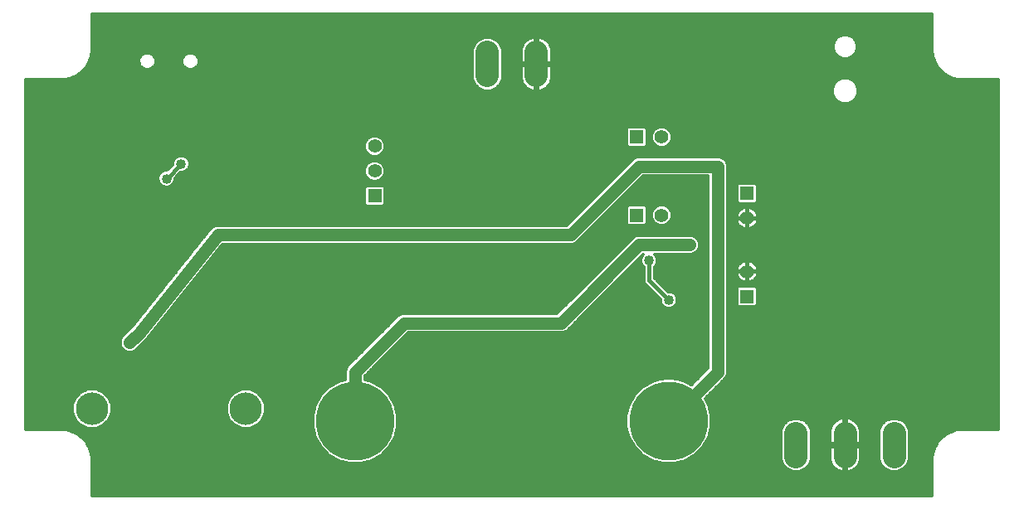
<source format=gbl>
G75*
G70*
%OFA0B0*%
%FSLAX24Y24*%
%IPPOS*%
%LPD*%
%AMOC8*
5,1,8,0,0,1.08239X$1,22.5*
%
%ADD10C,0.0937*%
%ADD11C,0.3150*%
%ADD12C,0.1306*%
%ADD13R,0.0555X0.0555*%
%ADD14C,0.0555*%
%ADD15C,0.0120*%
%ADD16C,0.0400*%
%ADD17C,0.0500*%
%ADD18C,0.0450*%
%ADD19C,0.0160*%
D10*
X036132Y006927D02*
X036132Y007864D01*
X038100Y007864D02*
X038100Y006927D01*
X040069Y006927D02*
X040069Y007864D01*
X025699Y022242D02*
X025699Y023179D01*
X023730Y023179D02*
X023730Y022242D01*
D11*
X024714Y008360D03*
X018415Y008360D03*
X031014Y008360D03*
D12*
X014025Y008852D03*
X007844Y008852D03*
D13*
X019203Y017415D03*
X029726Y016628D03*
X034163Y017522D03*
X029726Y019778D03*
X034163Y013372D03*
D14*
X034163Y014372D03*
X034163Y016522D03*
X030726Y016628D03*
X030726Y019778D03*
X019203Y019415D03*
X019203Y018415D03*
D15*
X007845Y006763D02*
X007845Y005371D01*
X041583Y005371D01*
X041583Y006763D01*
X041582Y006765D01*
X041583Y006788D01*
X041583Y006810D01*
X041585Y006812D01*
X041594Y006938D01*
X041592Y006942D01*
X041596Y006962D01*
X041597Y006983D01*
X041601Y006986D01*
X041628Y007111D01*
X041626Y007116D01*
X041634Y007135D01*
X041638Y007155D01*
X041642Y007158D01*
X041687Y007278D01*
X041686Y007283D01*
X041696Y007301D01*
X041703Y007320D01*
X041707Y007322D01*
X041769Y007435D01*
X041768Y007440D01*
X041780Y007457D01*
X041790Y007475D01*
X041795Y007476D01*
X041872Y007579D01*
X041872Y007584D01*
X041887Y007598D01*
X041899Y007615D01*
X041904Y007615D01*
X041995Y007706D01*
X041995Y007711D01*
X042012Y007724D01*
X042026Y007738D01*
X042031Y007738D01*
X042134Y007815D01*
X042135Y007820D01*
X042153Y007830D01*
X042170Y007842D01*
X042175Y007841D01*
X042288Y007903D01*
X042290Y007907D01*
X042309Y007914D01*
X042327Y007924D01*
X042332Y007923D01*
X042452Y007968D01*
X042455Y007972D01*
X042475Y007976D01*
X042494Y007984D01*
X042499Y007982D01*
X042624Y008009D01*
X042627Y008013D01*
X042648Y008014D01*
X042668Y008018D01*
X042672Y008016D01*
X042798Y008025D01*
X042800Y008027D01*
X042822Y008027D01*
X042845Y008028D01*
X042847Y008027D01*
X044239Y008027D01*
X044239Y022080D01*
X042847Y022080D01*
X042845Y022078D01*
X042822Y022080D01*
X042800Y022080D01*
X042798Y022082D01*
X042672Y022091D01*
X042668Y022088D01*
X042648Y022092D01*
X042627Y022094D01*
X042624Y022097D01*
X042499Y022125D01*
X042494Y022123D01*
X042475Y022130D01*
X042455Y022134D01*
X042452Y022138D01*
X042332Y022183D01*
X042327Y022182D01*
X042309Y022192D01*
X042290Y022199D01*
X042288Y022203D01*
X042175Y022265D01*
X042170Y022264D01*
X042153Y022277D01*
X042135Y022287D01*
X042134Y022291D01*
X042031Y022368D01*
X042026Y022368D01*
X042012Y022383D01*
X041995Y022395D01*
X041995Y022400D01*
X041904Y022491D01*
X041899Y022492D01*
X041886Y022508D01*
X041872Y022523D01*
X041872Y022527D01*
X041795Y022630D01*
X041790Y022632D01*
X041780Y022650D01*
X041768Y022666D01*
X041769Y022671D01*
X041707Y022784D01*
X041703Y022786D01*
X041696Y022805D01*
X041686Y022823D01*
X041687Y022828D01*
X041642Y022949D01*
X041638Y022951D01*
X041634Y022971D01*
X041626Y022991D01*
X041628Y022995D01*
X041601Y023121D01*
X041597Y023124D01*
X041596Y023144D01*
X041592Y023164D01*
X041594Y023169D01*
X041585Y023294D01*
X041583Y023296D01*
X041583Y023319D01*
X041582Y023341D01*
X041583Y023343D01*
X041583Y024736D01*
X007845Y024736D01*
X007845Y023343D01*
X007847Y023341D01*
X007845Y023319D01*
X007845Y023296D01*
X007843Y023294D01*
X007834Y023169D01*
X007837Y023164D01*
X007833Y023144D01*
X007831Y023124D01*
X007828Y023121D01*
X007800Y022995D01*
X007802Y022991D01*
X007795Y022971D01*
X007791Y022951D01*
X007787Y022949D01*
X007742Y022828D01*
X007743Y022823D01*
X007733Y022805D01*
X007726Y022786D01*
X007722Y022784D01*
X007660Y022671D01*
X007661Y022666D01*
X007648Y022650D01*
X007638Y022632D01*
X007634Y022630D01*
X007557Y022527D01*
X007557Y022523D01*
X007542Y022508D01*
X007530Y022492D01*
X007525Y022491D01*
X007434Y022400D01*
X007433Y022395D01*
X007417Y022383D01*
X007402Y022368D01*
X007398Y022368D01*
X007294Y022291D01*
X007293Y022287D01*
X007275Y022277D01*
X007259Y022264D01*
X007254Y022265D01*
X007141Y022204D01*
X007139Y022199D01*
X007120Y022192D01*
X007102Y022182D01*
X007097Y022183D01*
X006976Y022138D01*
X006974Y022134D01*
X006954Y022130D01*
X006934Y022123D01*
X006930Y022125D01*
X006804Y022097D01*
X006801Y022094D01*
X006781Y022092D01*
X006761Y022088D01*
X006756Y022091D01*
X006631Y022082D01*
X006629Y022080D01*
X006606Y022080D01*
X006584Y022078D01*
X006582Y022080D01*
X005189Y022080D01*
X005189Y008027D01*
X006582Y008027D01*
X006584Y008028D01*
X006606Y008027D01*
X006629Y008027D01*
X006631Y008025D01*
X006756Y008016D01*
X006761Y008018D01*
X006781Y008014D01*
X006801Y008013D01*
X006804Y008009D01*
X006930Y007982D01*
X006934Y007984D01*
X006954Y007976D01*
X006974Y007972D01*
X006976Y007968D01*
X007097Y007923D01*
X007102Y007924D01*
X007120Y007914D01*
X007139Y007907D01*
X007141Y007903D01*
X007254Y007841D01*
X007259Y007842D01*
X007275Y007830D01*
X007293Y007820D01*
X007294Y007815D01*
X007398Y007738D01*
X007402Y007738D01*
X007417Y007724D01*
X007433Y007711D01*
X007434Y007706D01*
X007525Y007615D01*
X007530Y007615D01*
X007542Y007598D01*
X007557Y007584D01*
X007557Y007579D01*
X007634Y007476D01*
X007638Y007475D01*
X007648Y007457D01*
X007661Y007440D01*
X007660Y007435D01*
X007722Y007322D01*
X007726Y007320D01*
X007733Y007301D01*
X007743Y007283D01*
X007742Y007278D01*
X007787Y007158D01*
X007791Y007155D01*
X007795Y007135D01*
X007802Y007116D01*
X007800Y007111D01*
X007828Y006986D01*
X007831Y006983D01*
X007833Y006962D01*
X007837Y006942D01*
X007834Y006938D01*
X007843Y006812D01*
X007845Y006810D01*
X007845Y006788D01*
X007847Y006765D01*
X007845Y006763D01*
X007845Y006752D02*
X017793Y006752D01*
X017753Y006762D02*
X018189Y006646D01*
X018641Y006646D01*
X019077Y006762D01*
X019468Y006988D01*
X019787Y007307D01*
X020013Y007698D01*
X020130Y008135D01*
X020130Y008586D01*
X020013Y009022D01*
X019787Y009413D01*
X019468Y009732D01*
X019077Y009958D01*
X018805Y010031D01*
X018805Y010167D01*
X020545Y011907D01*
X026605Y011907D01*
X026760Y011907D01*
X026904Y011967D01*
X029994Y015057D01*
X029995Y015057D01*
X029938Y015000D01*
X029886Y014875D01*
X029886Y014739D01*
X029938Y014615D01*
X030006Y014546D01*
X030006Y014111D01*
X030006Y013929D01*
X030674Y013261D01*
X030674Y013165D01*
X030725Y013040D01*
X030821Y012944D01*
X030946Y012892D01*
X031081Y012892D01*
X031206Y012944D01*
X031302Y013040D01*
X031354Y013165D01*
X031354Y013300D01*
X031302Y013425D01*
X031206Y013521D01*
X031081Y013572D01*
X030985Y013572D01*
X030446Y014111D01*
X030446Y014546D01*
X030514Y014615D01*
X030566Y014739D01*
X030566Y014875D01*
X030514Y015000D01*
X030457Y015057D01*
X031928Y015057D01*
X032071Y015116D01*
X032181Y015226D01*
X032240Y015369D01*
X032240Y015524D01*
X032592Y015524D01*
X032592Y015643D02*
X032191Y015643D01*
X032181Y015668D02*
X032071Y015778D01*
X031928Y015837D01*
X029755Y015837D01*
X029611Y015778D01*
X029502Y015668D01*
X026521Y012687D01*
X020306Y012687D01*
X020163Y012628D01*
X020053Y012518D01*
X018084Y010550D01*
X018025Y010406D01*
X018025Y010251D01*
X018025Y010031D01*
X017753Y009958D01*
X017362Y009732D01*
X017043Y009413D01*
X016817Y009022D01*
X016700Y008586D01*
X016700Y008135D01*
X016817Y007698D01*
X017043Y007307D01*
X017362Y006988D01*
X017753Y006762D01*
X017566Y006870D02*
X007839Y006870D01*
X007827Y006989D02*
X017361Y006989D01*
X017243Y007107D02*
X007801Y007107D01*
X007761Y007226D02*
X017124Y007226D01*
X017021Y007344D02*
X007709Y007344D01*
X007645Y007463D02*
X016953Y007463D01*
X016885Y007582D02*
X007557Y007582D01*
X007440Y007700D02*
X016817Y007700D01*
X016785Y007819D02*
X007294Y007819D01*
X007059Y007937D02*
X016753Y007937D01*
X016721Y008056D02*
X005189Y008056D01*
X005189Y008174D02*
X007410Y008174D01*
X007395Y008180D02*
X007687Y008060D01*
X008002Y008060D01*
X008293Y008180D01*
X008516Y008403D01*
X008637Y008695D01*
X008637Y009010D01*
X008516Y009301D01*
X008293Y009524D01*
X008002Y009645D01*
X007687Y009645D01*
X007395Y009524D01*
X007172Y009301D01*
X007051Y009010D01*
X007051Y008695D01*
X007172Y008403D01*
X007395Y008180D01*
X007283Y008293D02*
X005189Y008293D01*
X005189Y008411D02*
X007169Y008411D01*
X007120Y008530D02*
X005189Y008530D01*
X005189Y008648D02*
X007071Y008648D01*
X007051Y008767D02*
X005189Y008767D01*
X005189Y008886D02*
X007051Y008886D01*
X007051Y009004D02*
X005189Y009004D01*
X005189Y009123D02*
X007098Y009123D01*
X007147Y009241D02*
X005189Y009241D01*
X005189Y009360D02*
X007230Y009360D01*
X007349Y009478D02*
X005189Y009478D01*
X005189Y009597D02*
X007570Y009597D01*
X008119Y009597D02*
X013751Y009597D01*
X013868Y009645D02*
X013576Y009524D01*
X013353Y009301D01*
X013233Y009010D01*
X013233Y008695D01*
X013353Y008403D01*
X013576Y008180D01*
X013868Y008060D01*
X014183Y008060D01*
X014474Y008180D01*
X014697Y008403D01*
X014818Y008695D01*
X014818Y009010D01*
X014697Y009301D01*
X014474Y009524D01*
X014183Y009645D01*
X013868Y009645D01*
X013530Y009478D02*
X008340Y009478D01*
X008458Y009360D02*
X013411Y009360D01*
X013328Y009241D02*
X008541Y009241D01*
X008590Y009123D02*
X013279Y009123D01*
X013233Y009004D02*
X008637Y009004D01*
X008637Y008886D02*
X013233Y008886D01*
X013233Y008767D02*
X008637Y008767D01*
X008618Y008648D02*
X013252Y008648D01*
X013301Y008530D02*
X008569Y008530D01*
X008520Y008411D02*
X013350Y008411D01*
X013464Y008293D02*
X008406Y008293D01*
X008279Y008174D02*
X013591Y008174D01*
X014460Y008174D02*
X016700Y008174D01*
X016700Y008293D02*
X014587Y008293D01*
X014701Y008411D02*
X016700Y008411D01*
X016700Y008530D02*
X014750Y008530D01*
X014799Y008648D02*
X016717Y008648D01*
X016749Y008767D02*
X014818Y008767D01*
X014818Y008886D02*
X016781Y008886D01*
X016812Y009004D02*
X014818Y009004D01*
X014771Y009123D02*
X016875Y009123D01*
X016944Y009241D02*
X014722Y009241D01*
X014639Y009360D02*
X017012Y009360D01*
X017108Y009478D02*
X014521Y009478D01*
X014300Y009597D02*
X017227Y009597D01*
X017345Y009715D02*
X005189Y009715D01*
X005189Y009834D02*
X017538Y009834D01*
X017743Y009952D02*
X005189Y009952D01*
X005189Y010071D02*
X018025Y010071D01*
X018025Y010190D02*
X005189Y010190D01*
X005189Y010308D02*
X018025Y010308D01*
X018034Y010427D02*
X005189Y010427D01*
X005189Y010545D02*
X018083Y010545D01*
X018198Y010664D02*
X005189Y010664D01*
X005189Y010782D02*
X018317Y010782D01*
X018436Y010901D02*
X005189Y010901D01*
X005189Y011019D02*
X018554Y011019D01*
X018673Y011138D02*
X009481Y011138D01*
X009438Y011120D02*
X009581Y011179D01*
X009990Y011589D01*
X010010Y011599D01*
X010045Y011643D01*
X010084Y011683D01*
X010093Y011703D01*
X013091Y015451D01*
X026999Y015451D01*
X027154Y015451D01*
X027297Y015510D01*
X029994Y018207D01*
X032592Y018207D01*
X032592Y010490D01*
X031919Y009817D01*
X031675Y009958D01*
X031239Y010075D01*
X030788Y010075D01*
X030352Y009958D01*
X029961Y009732D01*
X029641Y009413D01*
X029416Y009022D01*
X029299Y008586D01*
X029299Y008135D01*
X029416Y007698D01*
X029641Y007307D01*
X029961Y006988D01*
X030352Y006762D01*
X030788Y006646D01*
X031239Y006646D01*
X031675Y006762D01*
X032066Y006988D01*
X032386Y007307D01*
X032611Y007698D01*
X032728Y008135D01*
X032728Y008586D01*
X032611Y009022D01*
X032471Y009266D01*
X033203Y009998D01*
X033313Y010108D01*
X033372Y010251D01*
X033372Y018519D01*
X033372Y018674D01*
X033313Y018817D01*
X033203Y018927D01*
X033060Y018986D01*
X029910Y018986D01*
X029755Y018986D01*
X029611Y018927D01*
X026915Y016231D01*
X012959Y016231D01*
X012937Y016237D01*
X012882Y016231D01*
X012826Y016231D01*
X012805Y016222D01*
X012783Y016220D01*
X012734Y016193D01*
X012682Y016171D01*
X012667Y016156D01*
X012647Y016145D01*
X012612Y016101D01*
X012573Y016062D01*
X012564Y016041D01*
X009463Y012164D01*
X009029Y011731D01*
X008970Y011587D01*
X008970Y011432D01*
X009029Y011289D01*
X009139Y011179D01*
X009282Y011120D01*
X009438Y011120D01*
X009239Y011138D02*
X005189Y011138D01*
X005189Y011256D02*
X009062Y011256D01*
X008994Y011375D02*
X005189Y011375D01*
X005189Y011494D02*
X008970Y011494D01*
X008980Y011612D02*
X005189Y011612D01*
X005189Y011731D02*
X009029Y011731D01*
X009148Y011849D02*
X005189Y011849D01*
X005189Y011968D02*
X009266Y011968D01*
X009385Y012086D02*
X005189Y012086D01*
X005189Y012205D02*
X009495Y012205D01*
X009590Y012323D02*
X005189Y012323D01*
X005189Y012442D02*
X009685Y012442D01*
X009780Y012560D02*
X005189Y012560D01*
X005189Y012679D02*
X009875Y012679D01*
X009969Y012797D02*
X005189Y012797D01*
X005189Y012916D02*
X010064Y012916D01*
X010159Y013035D02*
X005189Y013035D01*
X005189Y013153D02*
X010254Y013153D01*
X010349Y013272D02*
X005189Y013272D01*
X005189Y013390D02*
X010444Y013390D01*
X010538Y013509D02*
X005189Y013509D01*
X005189Y013627D02*
X010633Y013627D01*
X010728Y013746D02*
X005189Y013746D01*
X005189Y013864D02*
X010823Y013864D01*
X010918Y013983D02*
X005189Y013983D01*
X005189Y014101D02*
X011013Y014101D01*
X011107Y014220D02*
X005189Y014220D01*
X005189Y014339D02*
X011202Y014339D01*
X011297Y014457D02*
X005189Y014457D01*
X005189Y014576D02*
X011392Y014576D01*
X011487Y014694D02*
X005189Y014694D01*
X005189Y014813D02*
X011582Y014813D01*
X011676Y014931D02*
X005189Y014931D01*
X005189Y015050D02*
X011771Y015050D01*
X011866Y015168D02*
X005189Y015168D01*
X005189Y015287D02*
X011961Y015287D01*
X012056Y015405D02*
X005189Y015405D01*
X005189Y015524D02*
X012151Y015524D01*
X012245Y015643D02*
X005189Y015643D01*
X005189Y015761D02*
X012340Y015761D01*
X012435Y015880D02*
X005189Y015880D01*
X005189Y015998D02*
X012530Y015998D01*
X012625Y016117D02*
X005189Y016117D01*
X005189Y016235D02*
X012924Y016235D01*
X012943Y016235D02*
X026920Y016235D01*
X027038Y016354D02*
X005189Y016354D01*
X005189Y016472D02*
X027157Y016472D01*
X027275Y016591D02*
X005189Y016591D01*
X005189Y016709D02*
X027394Y016709D01*
X027512Y016828D02*
X005189Y016828D01*
X005189Y016946D02*
X027631Y016946D01*
X027749Y017065D02*
X019605Y017065D01*
X019620Y017080D02*
X019538Y016998D01*
X018867Y016998D01*
X018785Y017080D01*
X018785Y017751D01*
X018867Y017833D01*
X019538Y017833D01*
X019620Y017751D01*
X019620Y017080D01*
X019620Y017184D02*
X027868Y017184D01*
X027986Y017302D02*
X019620Y017302D01*
X019620Y017421D02*
X028105Y017421D01*
X028224Y017539D02*
X019620Y017539D01*
X019620Y017658D02*
X028342Y017658D01*
X028461Y017776D02*
X019595Y017776D01*
X019439Y018061D02*
X019556Y018179D01*
X019620Y018332D01*
X019620Y018498D01*
X019556Y018652D01*
X019439Y018769D01*
X019286Y018833D01*
X019119Y018833D01*
X018966Y018769D01*
X018849Y018652D01*
X018785Y018498D01*
X018785Y018332D01*
X018849Y018179D01*
X018966Y018061D01*
X019119Y017998D01*
X019286Y017998D01*
X019439Y018061D01*
X019509Y018132D02*
X028816Y018132D01*
X028698Y018013D02*
X019323Y018013D01*
X019082Y018013D02*
X011167Y018013D01*
X011176Y018037D02*
X011125Y017912D01*
X011029Y017816D01*
X010904Y017764D01*
X010769Y017764D01*
X010644Y017816D01*
X010548Y017912D01*
X010496Y018037D01*
X010496Y018172D01*
X010548Y018297D01*
X010644Y018393D01*
X010769Y018444D01*
X010865Y018444D01*
X011087Y018666D01*
X011087Y018763D01*
X011139Y018888D01*
X011234Y018983D01*
X011359Y019035D01*
X011495Y019035D01*
X011619Y018983D01*
X011715Y018888D01*
X011767Y018763D01*
X011767Y018627D01*
X011715Y018502D01*
X011619Y018407D01*
X011495Y018355D01*
X011398Y018355D01*
X011176Y018133D01*
X011176Y018037D01*
X011176Y018132D02*
X018896Y018132D01*
X018819Y018250D02*
X011294Y018250D01*
X011528Y018369D02*
X018785Y018369D01*
X018785Y018488D02*
X011700Y018488D01*
X011758Y018606D02*
X018830Y018606D01*
X018921Y018725D02*
X011767Y018725D01*
X011734Y018843D02*
X029528Y018843D01*
X029409Y018725D02*
X019484Y018725D01*
X019575Y018606D02*
X029290Y018606D01*
X029172Y018488D02*
X019620Y018488D01*
X019620Y018369D02*
X029053Y018369D01*
X028935Y018250D02*
X019586Y018250D01*
X019286Y018998D02*
X019119Y018998D01*
X018966Y019061D01*
X018849Y019179D01*
X018785Y019332D01*
X018785Y019498D01*
X018849Y019652D01*
X018966Y019769D01*
X019119Y019833D01*
X019286Y019833D01*
X019439Y019769D01*
X019556Y019652D01*
X019620Y019498D01*
X019620Y019332D01*
X019556Y019179D01*
X019439Y019061D01*
X019286Y018998D01*
X019458Y019080D02*
X044239Y019080D01*
X044239Y018962D02*
X033119Y018962D01*
X033287Y018843D02*
X044239Y018843D01*
X044239Y018725D02*
X033351Y018725D01*
X033372Y018606D02*
X044239Y018606D01*
X044239Y018488D02*
X033372Y018488D01*
X033372Y018369D02*
X044239Y018369D01*
X044239Y018250D02*
X033372Y018250D01*
X033372Y018132D02*
X044239Y018132D01*
X044239Y018013D02*
X033372Y018013D01*
X033372Y017895D02*
X033783Y017895D01*
X033746Y017857D02*
X033746Y017186D01*
X033828Y017104D01*
X034499Y017104D01*
X034581Y017186D01*
X034581Y017857D01*
X034499Y017939D01*
X033828Y017939D01*
X033746Y017857D01*
X033746Y017776D02*
X033372Y017776D01*
X033372Y017658D02*
X033746Y017658D01*
X033746Y017539D02*
X033372Y017539D01*
X033372Y017421D02*
X033746Y017421D01*
X033746Y017302D02*
X033372Y017302D01*
X033372Y017184D02*
X033748Y017184D01*
X033934Y016896D02*
X033878Y016855D01*
X033829Y016807D01*
X033789Y016751D01*
X033758Y016690D01*
X033736Y016624D01*
X033726Y016556D01*
X033726Y016540D01*
X034144Y016540D01*
X034144Y016503D01*
X033726Y016503D01*
X033726Y016487D01*
X033736Y016419D01*
X033758Y016354D01*
X033372Y016354D01*
X033372Y016472D02*
X033728Y016472D01*
X033731Y016591D02*
X033372Y016591D01*
X033372Y016709D02*
X033768Y016709D01*
X033851Y016828D02*
X033372Y016828D01*
X033372Y016946D02*
X034055Y016946D01*
X034061Y016948D02*
X033995Y016927D01*
X033934Y016896D01*
X034061Y016948D02*
X034129Y016959D01*
X034144Y016959D01*
X034144Y016541D01*
X034182Y016541D01*
X034182Y016959D01*
X034198Y016959D01*
X034266Y016948D01*
X034331Y016927D01*
X034392Y016896D01*
X034448Y016855D01*
X034497Y016807D01*
X034537Y016751D01*
X034569Y016690D01*
X034590Y016624D01*
X034601Y016556D01*
X034601Y016540D01*
X034182Y016540D01*
X034182Y016503D01*
X034601Y016503D01*
X034601Y016487D01*
X034590Y016419D01*
X034569Y016354D01*
X044239Y016354D01*
X044239Y016472D02*
X034598Y016472D01*
X034595Y016591D02*
X044239Y016591D01*
X044239Y016709D02*
X034559Y016709D01*
X034476Y016828D02*
X044239Y016828D01*
X044239Y016946D02*
X034271Y016946D01*
X034182Y016946D02*
X034144Y016946D01*
X034144Y016828D02*
X034182Y016828D01*
X034182Y016709D02*
X034144Y016709D01*
X034144Y016591D02*
X034182Y016591D01*
X034182Y016503D02*
X034182Y016084D01*
X034198Y016084D01*
X034266Y016095D01*
X034331Y016116D01*
X034392Y016148D01*
X034448Y016188D01*
X034497Y016237D01*
X034537Y016292D01*
X034569Y016354D01*
X034495Y016235D02*
X044239Y016235D01*
X044239Y016117D02*
X034332Y016117D01*
X034182Y016117D02*
X034144Y016117D01*
X034144Y016084D02*
X034144Y016503D01*
X034182Y016503D01*
X034182Y016472D02*
X034144Y016472D01*
X034144Y016354D02*
X034182Y016354D01*
X034182Y016235D02*
X034144Y016235D01*
X034129Y016084D02*
X034144Y016084D01*
X034129Y016084D02*
X034061Y016095D01*
X033995Y016116D01*
X033934Y016148D01*
X033878Y016188D01*
X033829Y016237D01*
X033789Y016292D01*
X033758Y016354D01*
X033831Y016235D02*
X033372Y016235D01*
X033372Y016117D02*
X033994Y016117D01*
X033372Y015998D02*
X044239Y015998D01*
X044239Y015880D02*
X033372Y015880D01*
X033372Y015761D02*
X044239Y015761D01*
X044239Y015643D02*
X033372Y015643D01*
X033372Y015524D02*
X044239Y015524D01*
X044239Y015405D02*
X033372Y015405D01*
X033372Y015287D02*
X044239Y015287D01*
X044239Y015168D02*
X033372Y015168D01*
X033372Y015050D02*
X044239Y015050D01*
X044239Y014931D02*
X033372Y014931D01*
X033372Y014813D02*
X044239Y014813D01*
X044239Y014694D02*
X034460Y014694D01*
X034448Y014706D02*
X034497Y014657D01*
X034537Y014601D01*
X034569Y014540D01*
X034590Y014475D01*
X034601Y014407D01*
X034601Y014391D01*
X034182Y014391D01*
X034144Y014391D01*
X034144Y014353D01*
X033726Y014353D01*
X033726Y014338D01*
X033736Y014270D01*
X033758Y014204D01*
X033789Y014143D01*
X033829Y014087D01*
X033878Y014038D01*
X033934Y013998D01*
X033995Y013967D01*
X034061Y013945D01*
X034129Y013935D01*
X034144Y013935D01*
X034144Y014353D01*
X034182Y014353D01*
X034182Y013935D01*
X034198Y013935D01*
X034266Y013945D01*
X034331Y013967D01*
X034392Y013998D01*
X034448Y014038D01*
X034497Y014087D01*
X034537Y014143D01*
X034569Y014204D01*
X034590Y014270D01*
X034601Y014338D01*
X034601Y014353D01*
X034182Y014353D01*
X034182Y014391D01*
X034182Y014810D01*
X034198Y014810D01*
X034266Y014799D01*
X034331Y014778D01*
X034392Y014746D01*
X034448Y014706D01*
X034550Y014576D02*
X044239Y014576D01*
X044239Y014457D02*
X034593Y014457D01*
X034601Y014339D02*
X044239Y014339D01*
X044239Y014220D02*
X034574Y014220D01*
X034507Y014101D02*
X044239Y014101D01*
X044239Y013983D02*
X034363Y013983D01*
X034182Y013983D02*
X034144Y013983D01*
X034144Y014101D02*
X034182Y014101D01*
X034182Y014220D02*
X034144Y014220D01*
X034144Y014339D02*
X034182Y014339D01*
X034144Y014391D02*
X033726Y014391D01*
X033726Y014407D01*
X033736Y014475D01*
X033758Y014540D01*
X033789Y014601D01*
X033829Y014657D01*
X033878Y014706D01*
X033934Y014746D01*
X033995Y014778D01*
X034061Y014799D01*
X034129Y014810D01*
X034144Y014810D01*
X034144Y014391D01*
X034144Y014457D02*
X034182Y014457D01*
X034182Y014576D02*
X034144Y014576D01*
X034144Y014694D02*
X034182Y014694D01*
X033867Y014694D02*
X033372Y014694D01*
X033372Y014576D02*
X033776Y014576D01*
X033734Y014457D02*
X033372Y014457D01*
X033372Y014339D02*
X033726Y014339D01*
X033753Y014220D02*
X033372Y014220D01*
X033372Y014101D02*
X033819Y014101D01*
X033963Y013983D02*
X033372Y013983D01*
X033372Y013864D02*
X044239Y013864D01*
X044239Y013746D02*
X034542Y013746D01*
X034581Y013708D02*
X034499Y013790D01*
X033828Y013790D01*
X033746Y013708D01*
X033746Y013037D01*
X033828Y012955D01*
X034499Y012955D01*
X034581Y013037D01*
X034581Y013708D01*
X034581Y013627D02*
X044239Y013627D01*
X044239Y013509D02*
X034581Y013509D01*
X034581Y013390D02*
X044239Y013390D01*
X044239Y013272D02*
X034581Y013272D01*
X034581Y013153D02*
X044239Y013153D01*
X044239Y013035D02*
X034579Y013035D01*
X033748Y013035D02*
X033372Y013035D01*
X033372Y013153D02*
X033746Y013153D01*
X033746Y013272D02*
X033372Y013272D01*
X033372Y013390D02*
X033746Y013390D01*
X033746Y013509D02*
X033372Y013509D01*
X033372Y013627D02*
X033746Y013627D01*
X033784Y013746D02*
X033372Y013746D01*
X032592Y013746D02*
X030811Y013746D01*
X030693Y013864D02*
X032592Y013864D01*
X032592Y013983D02*
X030574Y013983D01*
X030456Y014101D02*
X032592Y014101D01*
X032592Y014220D02*
X030446Y014220D01*
X030446Y014339D02*
X032592Y014339D01*
X032592Y014457D02*
X030446Y014457D01*
X030475Y014576D02*
X032592Y014576D01*
X032592Y014694D02*
X030547Y014694D01*
X030566Y014813D02*
X032592Y014813D01*
X032592Y014931D02*
X030543Y014931D01*
X030464Y015050D02*
X032592Y015050D01*
X032592Y015168D02*
X032123Y015168D01*
X032206Y015287D02*
X032592Y015287D01*
X032592Y015405D02*
X032240Y015405D01*
X032240Y015524D02*
X032181Y015668D01*
X032088Y015761D02*
X032592Y015761D01*
X032592Y015880D02*
X027667Y015880D01*
X027786Y015998D02*
X032592Y015998D01*
X032592Y016117D02*
X027904Y016117D01*
X028023Y016235D02*
X029366Y016235D01*
X029391Y016211D02*
X029309Y016293D01*
X029309Y016964D01*
X029391Y017045D01*
X030062Y017045D01*
X030144Y016964D01*
X030144Y016293D01*
X030062Y016211D01*
X029391Y016211D01*
X029309Y016354D02*
X028141Y016354D01*
X028260Y016472D02*
X029309Y016472D01*
X029309Y016591D02*
X028378Y016591D01*
X028497Y016709D02*
X029309Y016709D01*
X029309Y016828D02*
X028615Y016828D01*
X028734Y016946D02*
X029309Y016946D01*
X028971Y017184D02*
X032592Y017184D01*
X032592Y017302D02*
X029090Y017302D01*
X029208Y017421D02*
X032592Y017421D01*
X032592Y017539D02*
X029327Y017539D01*
X029445Y017658D02*
X032592Y017658D01*
X032592Y017776D02*
X029564Y017776D01*
X029682Y017895D02*
X032592Y017895D01*
X032592Y018013D02*
X029801Y018013D01*
X029919Y018132D02*
X032592Y018132D01*
X032592Y017065D02*
X028852Y017065D01*
X028579Y017895D02*
X011108Y017895D01*
X010933Y017776D02*
X018810Y017776D01*
X018785Y017658D02*
X005189Y017658D01*
X005189Y017776D02*
X010740Y017776D01*
X010565Y017895D02*
X005189Y017895D01*
X005189Y018013D02*
X010506Y018013D01*
X010496Y018132D02*
X005189Y018132D01*
X005189Y018250D02*
X010529Y018250D01*
X010620Y018369D02*
X005189Y018369D01*
X005189Y018488D02*
X010908Y018488D01*
X011027Y018606D02*
X005189Y018606D01*
X005189Y018725D02*
X011087Y018725D01*
X011120Y018843D02*
X005189Y018843D01*
X005189Y018962D02*
X011213Y018962D01*
X011641Y018962D02*
X029695Y018962D01*
X029391Y019360D02*
X030062Y019360D01*
X030144Y019442D01*
X030144Y020113D01*
X030062Y020195D01*
X029391Y020195D01*
X029309Y020113D01*
X029309Y019442D01*
X029391Y019360D01*
X029315Y019436D02*
X019620Y019436D01*
X019614Y019317D02*
X044239Y019317D01*
X044239Y019199D02*
X019565Y019199D01*
X019597Y019554D02*
X029309Y019554D01*
X029309Y019673D02*
X019535Y019673D01*
X019385Y019792D02*
X029309Y019792D01*
X029309Y019910D02*
X005189Y019910D01*
X005189Y019792D02*
X019020Y019792D01*
X018870Y019673D02*
X005189Y019673D01*
X005189Y019554D02*
X018808Y019554D01*
X018785Y019436D02*
X005189Y019436D01*
X005189Y019317D02*
X018791Y019317D01*
X018840Y019199D02*
X005189Y019199D01*
X005189Y019080D02*
X018947Y019080D01*
X018785Y017539D02*
X005189Y017539D01*
X005189Y017421D02*
X018785Y017421D01*
X018785Y017302D02*
X005189Y017302D01*
X005189Y017184D02*
X018785Y017184D01*
X018800Y017065D02*
X005189Y017065D01*
X005189Y020029D02*
X029309Y020029D01*
X029343Y020147D02*
X005189Y020147D01*
X005189Y020266D02*
X044239Y020266D01*
X044239Y020384D02*
X005189Y020384D01*
X005189Y020503D02*
X044239Y020503D01*
X044239Y020621D02*
X005189Y020621D01*
X005189Y020740D02*
X044239Y020740D01*
X044239Y020858D02*
X005189Y020858D01*
X005189Y020977D02*
X044239Y020977D01*
X044239Y021096D02*
X005189Y021096D01*
X005189Y021214D02*
X037797Y021214D01*
X037809Y021202D02*
X037998Y021124D01*
X038202Y021124D01*
X038391Y021202D01*
X038536Y021346D01*
X038614Y021536D01*
X038614Y021740D01*
X038536Y021929D01*
X038391Y022074D01*
X038202Y022152D01*
X037998Y022152D01*
X037809Y022074D01*
X037664Y021929D01*
X037586Y021740D01*
X037586Y021536D01*
X037664Y021346D01*
X037809Y021202D01*
X037678Y021333D02*
X005189Y021333D01*
X005189Y021451D02*
X037621Y021451D01*
X037586Y021570D02*
X005189Y021570D01*
X005189Y021688D02*
X023477Y021688D01*
X023385Y021726D02*
X023609Y021634D01*
X023851Y021634D01*
X024075Y021726D01*
X024246Y021897D01*
X024339Y022121D01*
X024339Y023300D01*
X024246Y023524D01*
X024075Y023695D01*
X023851Y023788D01*
X023609Y023788D01*
X023385Y023695D01*
X023214Y023524D01*
X023122Y023300D01*
X023122Y022121D01*
X023214Y021897D01*
X023385Y021726D01*
X023305Y021807D02*
X005189Y021807D01*
X005189Y021925D02*
X023203Y021925D01*
X023154Y022044D02*
X005189Y022044D01*
X007041Y022162D02*
X023122Y022162D01*
X023122Y022281D02*
X007283Y022281D01*
X007434Y022399D02*
X023122Y022399D01*
X023122Y022518D02*
X011932Y022518D01*
X011992Y022543D02*
X012087Y022638D01*
X012138Y022762D01*
X012138Y022896D01*
X012087Y023020D01*
X011992Y023115D01*
X011868Y023166D01*
X011734Y023166D01*
X011610Y023115D01*
X011515Y023020D01*
X011464Y022896D01*
X011464Y022762D01*
X011515Y022638D01*
X011610Y022543D01*
X011734Y022492D01*
X011868Y022492D01*
X011992Y022543D01*
X012086Y022637D02*
X023122Y022637D01*
X023122Y022755D02*
X012135Y022755D01*
X012138Y022874D02*
X023122Y022874D01*
X023122Y022992D02*
X012098Y022992D01*
X011996Y023111D02*
X023122Y023111D01*
X023122Y023229D02*
X007839Y023229D01*
X007845Y023348D02*
X023141Y023348D01*
X023190Y023466D02*
X007845Y023466D01*
X007845Y023585D02*
X023275Y023585D01*
X023406Y023703D02*
X007845Y023703D01*
X007845Y023822D02*
X037855Y023822D01*
X037831Y023812D02*
X037697Y023679D01*
X037625Y023504D01*
X037625Y023315D01*
X037697Y023140D01*
X037831Y023007D01*
X038006Y022935D01*
X038195Y022935D01*
X038369Y023007D01*
X038503Y023140D01*
X038575Y023315D01*
X038575Y023504D01*
X038503Y023679D01*
X038369Y023812D01*
X038195Y023884D01*
X038006Y023884D01*
X037831Y023812D01*
X037722Y023703D02*
X026046Y023703D01*
X026028Y023717D02*
X025940Y023762D01*
X025846Y023792D01*
X025759Y023806D01*
X025759Y022771D01*
X026327Y022771D01*
X026327Y023229D01*
X037661Y023229D01*
X037625Y023348D02*
X026305Y023348D01*
X026312Y023326D02*
X026281Y023420D01*
X026236Y023509D01*
X026178Y023589D01*
X026108Y023659D01*
X026028Y023717D01*
X026181Y023585D02*
X037659Y023585D01*
X037625Y023466D02*
X026258Y023466D01*
X026312Y023326D02*
X026327Y023229D01*
X026327Y023111D02*
X037727Y023111D01*
X037866Y022992D02*
X026327Y022992D01*
X026327Y022874D02*
X041670Y022874D01*
X041627Y022992D02*
X038334Y022992D01*
X038473Y023111D02*
X041603Y023111D01*
X041590Y023229D02*
X038540Y023229D01*
X038575Y023348D02*
X041583Y023348D01*
X041583Y023466D02*
X038575Y023466D01*
X038542Y023585D02*
X041583Y023585D01*
X041583Y023703D02*
X038478Y023703D01*
X038345Y023822D02*
X041583Y023822D01*
X041583Y023941D02*
X007845Y023941D01*
X007845Y024059D02*
X041583Y024059D01*
X041583Y024178D02*
X007845Y024178D01*
X007845Y024296D02*
X041583Y024296D01*
X041583Y024415D02*
X007845Y024415D01*
X007845Y024533D02*
X041583Y024533D01*
X041583Y024652D02*
X007845Y024652D01*
X007825Y023111D02*
X009874Y023111D01*
X009878Y023115D02*
X009783Y023020D01*
X009731Y022896D01*
X009731Y022762D01*
X009783Y022638D01*
X009878Y022543D01*
X010002Y022492D01*
X010136Y022492D01*
X010260Y022543D01*
X010354Y022638D01*
X010406Y022762D01*
X010406Y022896D01*
X010354Y023020D01*
X010260Y023115D01*
X010136Y023166D01*
X010002Y023166D01*
X009878Y023115D01*
X009771Y022992D02*
X007801Y022992D01*
X007759Y022874D02*
X009731Y022874D01*
X009734Y022755D02*
X007706Y022755D01*
X007641Y022637D02*
X009784Y022637D01*
X009938Y022518D02*
X007552Y022518D01*
X010199Y022518D02*
X011670Y022518D01*
X011516Y022637D02*
X010353Y022637D01*
X010403Y022755D02*
X011466Y022755D01*
X011464Y022874D02*
X010406Y022874D01*
X010366Y022992D02*
X011504Y022992D01*
X011606Y023111D02*
X010264Y023111D01*
X013055Y015405D02*
X029239Y015405D01*
X029121Y015287D02*
X012960Y015287D01*
X012865Y015168D02*
X029002Y015168D01*
X028884Y015050D02*
X012770Y015050D01*
X012675Y014931D02*
X028765Y014931D01*
X028647Y014813D02*
X012580Y014813D01*
X012486Y014694D02*
X028528Y014694D01*
X028410Y014576D02*
X012391Y014576D01*
X012296Y014457D02*
X028291Y014457D01*
X028173Y014339D02*
X012201Y014339D01*
X012106Y014220D02*
X028054Y014220D01*
X027935Y014101D02*
X012011Y014101D01*
X011917Y013983D02*
X027817Y013983D01*
X027698Y013864D02*
X011822Y013864D01*
X011727Y013746D02*
X027580Y013746D01*
X027461Y013627D02*
X011632Y013627D01*
X011537Y013509D02*
X027343Y013509D01*
X027224Y013390D02*
X011442Y013390D01*
X011348Y013272D02*
X027106Y013272D01*
X026987Y013153D02*
X011253Y013153D01*
X011158Y013035D02*
X026869Y013035D01*
X026750Y012916D02*
X011063Y012916D01*
X010968Y012797D02*
X026631Y012797D01*
X027260Y012323D02*
X032592Y012323D01*
X032592Y012205D02*
X027142Y012205D01*
X027023Y012086D02*
X032592Y012086D01*
X032592Y011968D02*
X026905Y011968D01*
X027379Y012442D02*
X032592Y012442D01*
X032592Y012560D02*
X027497Y012560D01*
X027616Y012679D02*
X032592Y012679D01*
X032592Y012797D02*
X027735Y012797D01*
X027853Y012916D02*
X030889Y012916D01*
X030731Y013035D02*
X027972Y013035D01*
X028090Y013153D02*
X030678Y013153D01*
X030663Y013272D02*
X028209Y013272D01*
X028327Y013390D02*
X030545Y013390D01*
X030426Y013509D02*
X028446Y013509D01*
X028564Y013627D02*
X030307Y013627D01*
X030189Y013746D02*
X028683Y013746D01*
X028801Y013864D02*
X030070Y013864D01*
X030006Y013983D02*
X028920Y013983D01*
X029039Y014101D02*
X030006Y014101D01*
X030006Y014220D02*
X029157Y014220D01*
X029276Y014339D02*
X030006Y014339D01*
X030006Y014457D02*
X029394Y014457D01*
X029513Y014576D02*
X029977Y014576D01*
X029905Y014694D02*
X029631Y014694D01*
X029750Y014813D02*
X029886Y014813D01*
X029868Y014931D02*
X029910Y014931D01*
X029987Y015050D02*
X029988Y015050D01*
X029476Y015643D02*
X027430Y015643D01*
X027549Y015761D02*
X029595Y015761D01*
X029358Y015524D02*
X027311Y015524D01*
X030086Y016235D02*
X030583Y016235D01*
X030643Y016211D02*
X030809Y016211D01*
X030963Y016274D01*
X031080Y016392D01*
X031144Y016545D01*
X031144Y016711D01*
X031080Y016864D01*
X030963Y016982D01*
X030809Y017045D01*
X030643Y017045D01*
X030490Y016982D01*
X030372Y016864D01*
X030309Y016711D01*
X030309Y016545D01*
X030372Y016392D01*
X030490Y016274D01*
X030643Y016211D01*
X030869Y016235D02*
X032592Y016235D01*
X032592Y016354D02*
X031042Y016354D01*
X031113Y016472D02*
X032592Y016472D01*
X032592Y016591D02*
X031144Y016591D01*
X031144Y016709D02*
X032592Y016709D01*
X032592Y016828D02*
X031095Y016828D01*
X030998Y016946D02*
X032592Y016946D01*
X033372Y017065D02*
X044239Y017065D01*
X044239Y017184D02*
X034578Y017184D01*
X034581Y017302D02*
X044239Y017302D01*
X044239Y017421D02*
X034581Y017421D01*
X034581Y017539D02*
X044239Y017539D01*
X044239Y017658D02*
X034581Y017658D01*
X034581Y017776D02*
X044239Y017776D01*
X044239Y017895D02*
X034543Y017895D01*
X031080Y019541D02*
X031144Y019695D01*
X031144Y019861D01*
X031080Y020014D01*
X030963Y020132D01*
X030809Y020195D01*
X030643Y020195D01*
X030490Y020132D01*
X030372Y020014D01*
X030309Y019861D01*
X030309Y019695D01*
X030372Y019541D01*
X030490Y019424D01*
X030643Y019360D01*
X030809Y019360D01*
X030963Y019424D01*
X031080Y019541D01*
X031086Y019554D02*
X044239Y019554D01*
X044239Y019436D02*
X030975Y019436D01*
X031135Y019673D02*
X044239Y019673D01*
X044239Y019792D02*
X031144Y019792D01*
X031123Y019910D02*
X044239Y019910D01*
X044239Y020029D02*
X031066Y020029D01*
X030925Y020147D02*
X044239Y020147D01*
X044239Y021214D02*
X038404Y021214D01*
X038522Y021333D02*
X044239Y021333D01*
X044239Y021451D02*
X038579Y021451D01*
X038614Y021570D02*
X044239Y021570D01*
X044239Y021688D02*
X038614Y021688D01*
X038587Y021807D02*
X044239Y021807D01*
X044239Y021925D02*
X038538Y021925D01*
X038421Y022044D02*
X044239Y022044D01*
X042388Y022162D02*
X026322Y022162D01*
X026327Y022193D02*
X026327Y022651D01*
X025759Y022651D01*
X025759Y022771D01*
X025639Y022771D01*
X025639Y023806D01*
X025551Y023792D01*
X025457Y023762D01*
X025369Y023717D01*
X025289Y023659D01*
X025219Y023589D01*
X025161Y023509D01*
X025116Y023420D01*
X025086Y023326D01*
X025070Y023229D01*
X024339Y023229D01*
X024339Y023111D02*
X025070Y023111D01*
X025070Y023229D02*
X025070Y022771D01*
X025638Y022771D01*
X025638Y022651D01*
X025070Y022651D01*
X025070Y022193D01*
X025086Y022095D01*
X025116Y022001D01*
X025161Y021913D01*
X025219Y021833D01*
X025289Y021763D01*
X025369Y021705D01*
X025457Y021660D01*
X025551Y021629D01*
X025639Y021615D01*
X025639Y022651D01*
X025759Y022651D01*
X025759Y021615D01*
X025846Y021629D01*
X025940Y021660D01*
X026028Y021705D01*
X026108Y021763D01*
X026178Y021833D01*
X026236Y021913D01*
X026281Y022001D01*
X026312Y022095D01*
X026327Y022193D01*
X026327Y022281D02*
X042146Y022281D01*
X041995Y022399D02*
X026327Y022399D01*
X026327Y022518D02*
X041877Y022518D01*
X041788Y022637D02*
X026327Y022637D01*
X025759Y022637D02*
X025639Y022637D01*
X025638Y022755D02*
X024339Y022755D01*
X024339Y022637D02*
X025070Y022637D01*
X025070Y022518D02*
X024339Y022518D01*
X024339Y022399D02*
X025070Y022399D01*
X025070Y022281D02*
X024339Y022281D01*
X024339Y022162D02*
X025075Y022162D01*
X025102Y022044D02*
X024306Y022044D01*
X024257Y021925D02*
X025155Y021925D01*
X025245Y021807D02*
X024155Y021807D01*
X023983Y021688D02*
X025401Y021688D01*
X025639Y021688D02*
X025759Y021688D01*
X025759Y021807D02*
X025639Y021807D01*
X025639Y021925D02*
X025759Y021925D01*
X025759Y022044D02*
X025639Y022044D01*
X025639Y022162D02*
X025759Y022162D01*
X025759Y022281D02*
X025639Y022281D01*
X025639Y022399D02*
X025759Y022399D01*
X025759Y022518D02*
X025639Y022518D01*
X025759Y022755D02*
X041723Y022755D01*
X037779Y022044D02*
X026295Y022044D01*
X026242Y021925D02*
X037663Y021925D01*
X037613Y021807D02*
X026152Y021807D01*
X025996Y021688D02*
X037586Y021688D01*
X030527Y020147D02*
X030110Y020147D01*
X030144Y020029D02*
X030387Y020029D01*
X030329Y019910D02*
X030144Y019910D01*
X030144Y019792D02*
X030309Y019792D01*
X030318Y019673D02*
X030144Y019673D01*
X030144Y019554D02*
X030367Y019554D01*
X030477Y019436D02*
X030137Y019436D01*
X030144Y016946D02*
X030454Y016946D01*
X030357Y016828D02*
X030144Y016828D01*
X030144Y016709D02*
X030309Y016709D01*
X030309Y016591D02*
X030144Y016591D01*
X030144Y016472D02*
X030339Y016472D01*
X030410Y016354D02*
X030144Y016354D01*
X030930Y013627D02*
X032592Y013627D01*
X032592Y013509D02*
X031218Y013509D01*
X031316Y013390D02*
X032592Y013390D01*
X032592Y013272D02*
X031354Y013272D01*
X031349Y013153D02*
X032592Y013153D01*
X032592Y013035D02*
X031297Y013035D01*
X031138Y012916D02*
X032592Y012916D01*
X033372Y012916D02*
X044239Y012916D01*
X044239Y012797D02*
X033372Y012797D01*
X033372Y012679D02*
X044239Y012679D01*
X044239Y012560D02*
X033372Y012560D01*
X033372Y012442D02*
X044239Y012442D01*
X044239Y012323D02*
X033372Y012323D01*
X033372Y012205D02*
X044239Y012205D01*
X044239Y012086D02*
X033372Y012086D01*
X033372Y011968D02*
X044239Y011968D01*
X044239Y011849D02*
X033372Y011849D01*
X033372Y011731D02*
X044239Y011731D01*
X044239Y011612D02*
X033372Y011612D01*
X033372Y011494D02*
X044239Y011494D01*
X044239Y011375D02*
X033372Y011375D01*
X033372Y011256D02*
X044239Y011256D01*
X044239Y011138D02*
X033372Y011138D01*
X033372Y011019D02*
X044239Y011019D01*
X044239Y010901D02*
X033372Y010901D01*
X033372Y010782D02*
X044239Y010782D01*
X044239Y010664D02*
X033372Y010664D01*
X033372Y010545D02*
X044239Y010545D01*
X044239Y010427D02*
X033372Y010427D01*
X033372Y010308D02*
X044239Y010308D01*
X044239Y010190D02*
X033346Y010190D01*
X033276Y010071D02*
X044239Y010071D01*
X044239Y009952D02*
X033157Y009952D01*
X033203Y009998D02*
X033203Y009998D01*
X033039Y009834D02*
X044239Y009834D01*
X044239Y009715D02*
X032920Y009715D01*
X032802Y009597D02*
X044239Y009597D01*
X044239Y009478D02*
X032683Y009478D01*
X032564Y009360D02*
X044239Y009360D01*
X044239Y009241D02*
X032485Y009241D01*
X032553Y009123D02*
X044239Y009123D01*
X044239Y009004D02*
X032616Y009004D01*
X032648Y008886D02*
X044239Y008886D01*
X044239Y008767D02*
X032680Y008767D01*
X032712Y008648D02*
X044239Y008648D01*
X044239Y008530D02*
X032728Y008530D01*
X032728Y008411D02*
X035863Y008411D01*
X035787Y008380D02*
X035616Y008209D01*
X035523Y007985D01*
X035523Y006806D01*
X035616Y006583D01*
X035787Y006411D01*
X036011Y006319D01*
X036253Y006319D01*
X036476Y006411D01*
X036647Y006583D01*
X036740Y006806D01*
X036740Y007985D01*
X036647Y008209D01*
X036476Y008380D01*
X036253Y008473D01*
X036011Y008473D01*
X035787Y008380D01*
X035700Y008293D02*
X032728Y008293D01*
X032728Y008174D02*
X035601Y008174D01*
X035552Y008056D02*
X032707Y008056D01*
X032675Y007937D02*
X035523Y007937D01*
X035523Y007819D02*
X032644Y007819D01*
X032612Y007700D02*
X035523Y007700D01*
X035523Y007582D02*
X032544Y007582D01*
X032476Y007463D02*
X035523Y007463D01*
X035523Y007344D02*
X032407Y007344D01*
X032304Y007226D02*
X035523Y007226D01*
X035523Y007107D02*
X032186Y007107D01*
X032067Y006989D02*
X035523Y006989D01*
X035523Y006870D02*
X031862Y006870D01*
X031636Y006752D02*
X035546Y006752D01*
X035595Y006633D02*
X007845Y006633D01*
X007845Y006515D02*
X035684Y006515D01*
X035824Y006396D02*
X007845Y006396D01*
X007845Y006278D02*
X041583Y006278D01*
X041583Y006396D02*
X040377Y006396D01*
X040413Y006411D02*
X040584Y006583D01*
X040677Y006806D01*
X040677Y007985D01*
X040584Y008209D01*
X040413Y008380D01*
X040190Y008473D01*
X039948Y008473D01*
X039724Y008380D01*
X039553Y008209D01*
X039460Y007985D01*
X039460Y006806D01*
X039553Y006583D01*
X039724Y006411D01*
X039948Y006319D01*
X040190Y006319D01*
X040413Y006411D01*
X040517Y006515D02*
X041583Y006515D01*
X041583Y006633D02*
X040605Y006633D01*
X040655Y006752D02*
X041583Y006752D01*
X041589Y006870D02*
X040677Y006870D01*
X040677Y006989D02*
X041602Y006989D01*
X041628Y007107D02*
X040677Y007107D01*
X040677Y007226D02*
X041668Y007226D01*
X041719Y007344D02*
X040677Y007344D01*
X040677Y007463D02*
X041784Y007463D01*
X041872Y007582D02*
X040677Y007582D01*
X040677Y007700D02*
X041988Y007700D01*
X042135Y007819D02*
X040677Y007819D01*
X040677Y007937D02*
X042370Y007937D01*
X040648Y008056D02*
X044239Y008056D01*
X044239Y008174D02*
X040599Y008174D01*
X040501Y008293D02*
X044239Y008293D01*
X044239Y008411D02*
X040338Y008411D01*
X039800Y008411D02*
X038411Y008411D01*
X038430Y008402D02*
X038341Y008447D01*
X038247Y008477D01*
X038160Y008491D01*
X038160Y007456D01*
X038040Y007456D01*
X038040Y008491D01*
X037953Y008477D01*
X037859Y008447D01*
X037771Y008402D01*
X037691Y008344D01*
X037621Y008274D01*
X037563Y008194D01*
X037518Y008106D01*
X037487Y008011D01*
X037472Y007914D01*
X037472Y007456D01*
X038040Y007456D01*
X038040Y007336D01*
X037472Y007336D01*
X037472Y006878D01*
X037487Y006780D01*
X037518Y006686D01*
X037563Y006598D01*
X037621Y006518D01*
X037691Y006448D01*
X037771Y006390D01*
X037859Y006345D01*
X037953Y006314D01*
X038040Y006300D01*
X038040Y007336D01*
X038160Y007336D01*
X038160Y007456D01*
X038729Y007456D01*
X038729Y007914D01*
X038713Y008011D01*
X038683Y008106D01*
X038638Y008194D01*
X038580Y008274D01*
X038510Y008344D01*
X038430Y008402D01*
X038560Y008293D02*
X039637Y008293D01*
X039538Y008174D02*
X038648Y008174D01*
X038699Y008056D02*
X039489Y008056D01*
X039460Y007937D02*
X038725Y007937D01*
X038729Y007819D02*
X039460Y007819D01*
X039460Y007700D02*
X038729Y007700D01*
X038729Y007582D02*
X039460Y007582D01*
X039460Y007463D02*
X038729Y007463D01*
X038729Y007336D02*
X038160Y007336D01*
X038160Y006300D01*
X038247Y006314D01*
X038341Y006345D01*
X038430Y006390D01*
X038510Y006448D01*
X038580Y006518D01*
X038638Y006598D01*
X038683Y006686D01*
X038713Y006780D01*
X038729Y006878D01*
X038729Y007336D01*
X038729Y007226D02*
X039460Y007226D01*
X039460Y007344D02*
X038160Y007344D01*
X038160Y007226D02*
X038040Y007226D01*
X038040Y007344D02*
X036740Y007344D01*
X036740Y007226D02*
X037472Y007226D01*
X037472Y007107D02*
X036740Y007107D01*
X036740Y006989D02*
X037472Y006989D01*
X037473Y006870D02*
X036740Y006870D01*
X036718Y006752D02*
X037496Y006752D01*
X037545Y006633D02*
X036668Y006633D01*
X036580Y006515D02*
X037624Y006515D01*
X037762Y006396D02*
X036440Y006396D01*
X038040Y006396D02*
X038160Y006396D01*
X038160Y006515D02*
X038040Y006515D01*
X038040Y006633D02*
X038160Y006633D01*
X038160Y006752D02*
X038040Y006752D01*
X038040Y006870D02*
X038160Y006870D01*
X038160Y006989D02*
X038040Y006989D01*
X038040Y007107D02*
X038160Y007107D01*
X038160Y007463D02*
X038040Y007463D01*
X038040Y007582D02*
X038160Y007582D01*
X038160Y007700D02*
X038040Y007700D01*
X038040Y007819D02*
X038160Y007819D01*
X038160Y007937D02*
X038040Y007937D01*
X038040Y008056D02*
X038160Y008056D01*
X038160Y008174D02*
X038040Y008174D01*
X038040Y008293D02*
X038160Y008293D01*
X038160Y008411D02*
X038040Y008411D01*
X037790Y008411D02*
X036401Y008411D01*
X036564Y008293D02*
X037640Y008293D01*
X037553Y008174D02*
X036662Y008174D01*
X036711Y008056D02*
X037502Y008056D01*
X037475Y007937D02*
X036740Y007937D01*
X036740Y007819D02*
X037472Y007819D01*
X037472Y007700D02*
X036740Y007700D01*
X036740Y007582D02*
X037472Y007582D01*
X037472Y007463D02*
X036740Y007463D01*
X038438Y006396D02*
X039761Y006396D01*
X039621Y006515D02*
X038576Y006515D01*
X038656Y006633D02*
X039532Y006633D01*
X039483Y006752D02*
X038704Y006752D01*
X038727Y006870D02*
X039460Y006870D01*
X039460Y006989D02*
X038729Y006989D01*
X038729Y007107D02*
X039460Y007107D01*
X041583Y006159D02*
X007845Y006159D01*
X007845Y006041D02*
X041583Y006041D01*
X041583Y005922D02*
X007845Y005922D01*
X007845Y005803D02*
X041583Y005803D01*
X041583Y005685D02*
X007845Y005685D01*
X007845Y005566D02*
X041583Y005566D01*
X041583Y005448D02*
X007845Y005448D01*
X009658Y011256D02*
X018791Y011256D01*
X018910Y011375D02*
X009777Y011375D01*
X009895Y011494D02*
X019028Y011494D01*
X019147Y011612D02*
X010020Y011612D01*
X010115Y011731D02*
X019265Y011731D01*
X019384Y011849D02*
X010209Y011849D01*
X010304Y011968D02*
X019502Y011968D01*
X019621Y012086D02*
X010399Y012086D01*
X010494Y012205D02*
X019740Y012205D01*
X019858Y012323D02*
X010589Y012323D01*
X010684Y012442D02*
X019977Y012442D01*
X020095Y012560D02*
X010779Y012560D01*
X010873Y012679D02*
X020286Y012679D01*
X020487Y011849D02*
X032592Y011849D01*
X032592Y011731D02*
X020368Y011731D01*
X020250Y011612D02*
X032592Y011612D01*
X032592Y011494D02*
X020131Y011494D01*
X020013Y011375D02*
X032592Y011375D01*
X032592Y011256D02*
X019894Y011256D01*
X019776Y011138D02*
X032592Y011138D01*
X032592Y011019D02*
X019657Y011019D01*
X019539Y010901D02*
X032592Y010901D01*
X032592Y010782D02*
X019420Y010782D01*
X019302Y010664D02*
X032592Y010664D01*
X032592Y010545D02*
X019183Y010545D01*
X019064Y010427D02*
X032528Y010427D01*
X032410Y010308D02*
X018946Y010308D01*
X018827Y010190D02*
X032291Y010190D01*
X032173Y010071D02*
X031255Y010071D01*
X031685Y009952D02*
X032054Y009952D01*
X031936Y009834D02*
X031891Y009834D01*
X030772Y010071D02*
X018805Y010071D01*
X019087Y009952D02*
X030342Y009952D01*
X030136Y009834D02*
X019292Y009834D01*
X019485Y009715D02*
X029944Y009715D01*
X029825Y009597D02*
X019604Y009597D01*
X019722Y009478D02*
X029706Y009478D01*
X029610Y009360D02*
X019818Y009360D01*
X019887Y009241D02*
X029542Y009241D01*
X029474Y009123D02*
X019955Y009123D01*
X020018Y009004D02*
X029411Y009004D01*
X029379Y008886D02*
X020050Y008886D01*
X020081Y008767D02*
X029347Y008767D01*
X029315Y008648D02*
X020113Y008648D01*
X020130Y008530D02*
X029299Y008530D01*
X029299Y008411D02*
X020130Y008411D01*
X020130Y008293D02*
X029299Y008293D01*
X029299Y008174D02*
X020130Y008174D01*
X020109Y008056D02*
X029320Y008056D01*
X029352Y007937D02*
X020077Y007937D01*
X020045Y007819D02*
X029383Y007819D01*
X029415Y007700D02*
X020013Y007700D01*
X019946Y007582D02*
X029483Y007582D01*
X029551Y007463D02*
X019877Y007463D01*
X019809Y007344D02*
X029620Y007344D01*
X029723Y007226D02*
X019706Y007226D01*
X019587Y007107D02*
X029841Y007107D01*
X029960Y006989D02*
X019469Y006989D01*
X019264Y006870D02*
X030165Y006870D01*
X030391Y006752D02*
X019037Y006752D01*
X024339Y022874D02*
X025070Y022874D01*
X025070Y022992D02*
X024339Y022992D01*
X024319Y023348D02*
X025093Y023348D01*
X025140Y023466D02*
X024270Y023466D01*
X024185Y023585D02*
X025216Y023585D01*
X025351Y023703D02*
X024054Y023703D01*
X025639Y023703D02*
X025759Y023703D01*
X025759Y023585D02*
X025639Y023585D01*
X025639Y023466D02*
X025759Y023466D01*
X025759Y023348D02*
X025639Y023348D01*
X025639Y023229D02*
X025759Y023229D01*
X025759Y023111D02*
X025639Y023111D01*
X025639Y022992D02*
X025759Y022992D01*
X025759Y022874D02*
X025639Y022874D01*
D16*
X027077Y019138D03*
X028799Y018400D03*
X031653Y018597D03*
X032293Y018597D03*
X032982Y018597D03*
X034852Y018006D03*
X033573Y017612D03*
X031850Y015988D03*
X031850Y015447D03*
X031407Y015447D03*
X030226Y014807D03*
X029390Y014167D03*
X031014Y013232D03*
X031604Y014217D03*
X027077Y015053D03*
X021762Y014856D03*
X021466Y013971D03*
X019596Y015053D03*
X017431Y014955D03*
X016643Y014955D03*
X014478Y014266D03*
X013297Y014266D03*
X017234Y016628D03*
X018218Y016825D03*
X016939Y018547D03*
X016988Y020368D03*
X018021Y020171D03*
X021762Y018793D03*
X021368Y017809D03*
X013888Y017268D03*
X013297Y017908D03*
X011427Y018695D03*
X010836Y018104D03*
X010541Y020614D03*
X009901Y020860D03*
X009901Y022337D03*
X010541Y022583D03*
X011903Y011191D03*
X012789Y011191D03*
X012789Y009419D03*
X011805Y009419D03*
X035000Y021008D03*
X036821Y021008D03*
X035836Y020024D03*
X035886Y022140D03*
X036821Y023419D03*
X034951Y023419D03*
X036082Y016874D03*
D17*
X032982Y018597D02*
X029832Y018597D01*
X027077Y015841D01*
X012903Y015841D01*
X009754Y011904D01*
X009360Y011510D01*
X018415Y010329D02*
X018415Y008360D01*
X018415Y010329D02*
X020384Y012297D01*
X026683Y012297D01*
X029832Y015447D01*
X031850Y015447D01*
X032982Y018597D02*
X032982Y010329D01*
X031014Y008360D01*
D18*
X009754Y011904D03*
X009360Y011510D03*
D19*
X010836Y018104D02*
X011427Y018695D01*
X030226Y014807D02*
X030226Y014020D01*
X031014Y013232D01*
M02*

</source>
